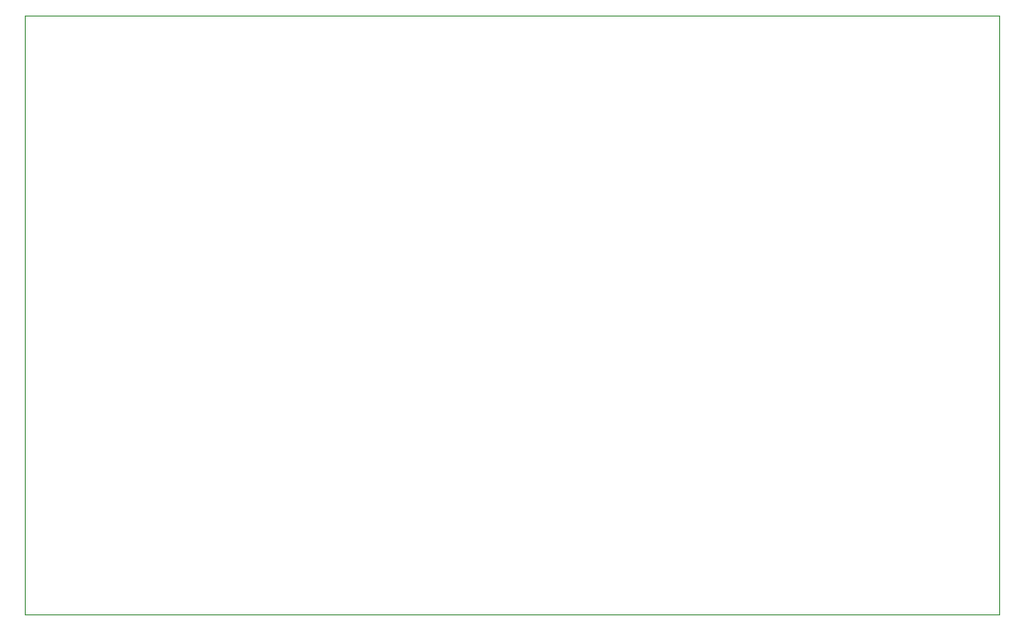
<source format=gbr>
G04 #@! TF.FileFunction,Profile,NP*
%FSLAX46Y46*%
G04 Gerber Fmt 4.6, Leading zero omitted, Abs format (unit mm)*
G04 Created by KiCad (PCBNEW 4.0.7) date Fri Feb 16 20:15:51 2018*
%MOMM*%
%LPD*%
G01*
G04 APERTURE LIST*
%ADD10C,0.100000*%
G04 APERTURE END LIST*
D10*
X0Y55300000D02*
X89800000Y55300000D01*
X0Y0D02*
X0Y55300000D01*
X89800000Y0D02*
X0Y0D01*
X89800000Y55300000D02*
X89800000Y0D01*
M02*

</source>
